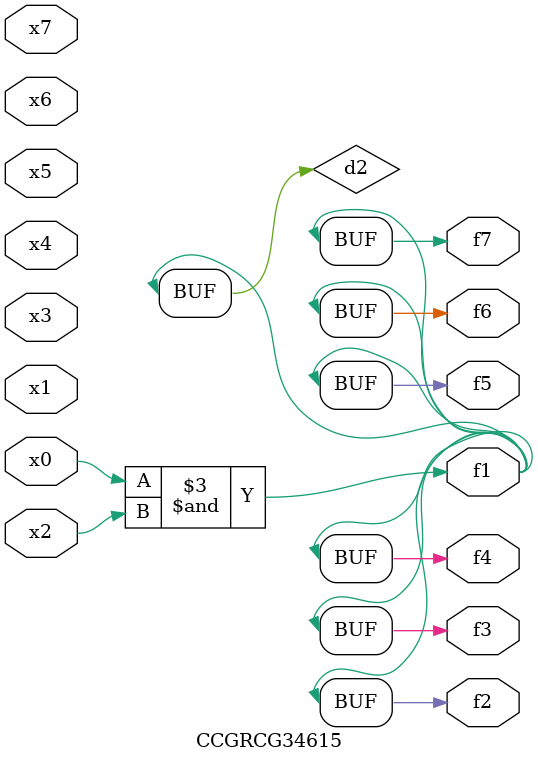
<source format=v>
module CCGRCG34615(
	input x0, x1, x2, x3, x4, x5, x6, x7,
	output f1, f2, f3, f4, f5, f6, f7
);

	wire d1, d2;

	nor (d1, x3, x6);
	and (d2, x0, x2);
	assign f1 = d2;
	assign f2 = d2;
	assign f3 = d2;
	assign f4 = d2;
	assign f5 = d2;
	assign f6 = d2;
	assign f7 = d2;
endmodule

</source>
